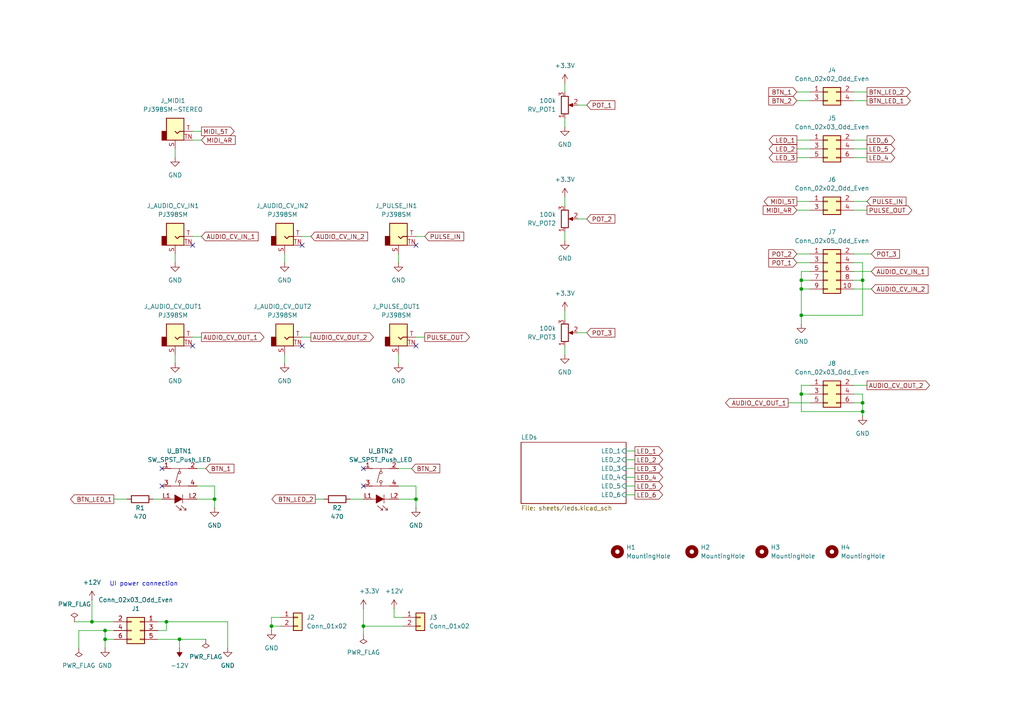
<source format=kicad_sch>
(kicad_sch (version 20250114) (generator "eeschema") (generator_version "9.0")
  (paper "A4")
  (title_block (title "Hog Moduleur Sidechain Mixer UI") (date "2025-07-06") (rev "v0.1") (company "Shmøergh"))
  (lib_symbols
    (symbol "Connector_Generic:Conn_01x02" (pin_names (offset 1.016) (hide yes))
      (property "Reference" "J" (at 0 2.54 0))
      (property "Value" "Conn_01x02" (at 0 -5.08 0))
      (symbol "Conn_01x02_1_1"
        (rectangle (start -1.27 1.27) (end 1.27 -3.81) (stroke (width 0.254)) (fill (type background)))
        (rectangle (start -1.27 0.127) (end 0 -0.127) (stroke (width 0.1524)))
        (rectangle (start -1.27 -2.413) (end 0 -2.667) (stroke (width 0.1524)))
        (pin passive line (at -5.08 0 0) (length 3.81) (name "Pin_1") (number "1"))
        (pin passive line (at -5.08 -2.54 0) (length 3.81) (name "Pin_2") (number "2"))
      )
    )
    (symbol "Connector_Generic:Conn_02x02_Odd_Even" (pin_names (offset 1.016) (hide yes))
      (property "Reference" "J" (at 1.27 2.54 0))
      (property "Value" "Conn_02x02_Odd_Even" (at 1.27 -5.08 0))
      (symbol "Conn_02x02_Odd_Even_1_1"
        (rectangle (start -1.27 1.27) (end 3.81 -3.81) (stroke (width 0.254)) (fill (type background)))
        (rectangle (start -1.27 0.127) (end 0 -0.127) (stroke (width 0.1524)))
        (rectangle (start -1.27 -2.413) (end 0 -2.667) (stroke (width 0.1524)))
        (rectangle (start 3.81 0.127) (end 2.54 -0.127) (stroke (width 0.1524)))
        (rectangle (start 3.81 -2.413) (end 2.54 -2.667) (stroke (width 0.1524)))
        (pin passive line (at -5.08 0 0) (length 3.81) (name "Pin_1") (number "1"))
        (pin passive line (at -5.08 -2.54 0) (length 3.81) (name "Pin_3") (number "3"))
        (pin passive line (at 7.62 0 180) (length 3.81) (name "Pin_2") (number "2"))
        (pin passive line (at 7.62 -2.54 180) (length 3.81) (name "Pin_4") (number "4"))
      )
    )
    (symbol "Connector_Generic:Conn_02x03_Odd_Even" (pin_names (offset 1.016) (hide yes))
      (property "Reference" "J" (at 1.27 5.08 0))
      (property "Value" "Conn_02x03_Odd_Even" (at 1.27 -5.08 0))
      (symbol "Conn_02x03_Odd_Even_1_1"
        (rectangle (start -1.27 3.81) (end 3.81 -3.81) (stroke (width 0.254)) (fill (type background)))
        (rectangle (start -1.27 2.667) (end 0 2.413) (stroke (width 0.1524)))
        (rectangle (start -1.27 0.127) (end 0 -0.127) (stroke (width 0.1524)))
        (rectangle (start -1.27 -2.413) (end 0 -2.667) (stroke (width 0.1524)))
        (rectangle (start 3.81 2.667) (end 2.54 2.413) (stroke (width 0.1524)))
        (rectangle (start 3.81 0.127) (end 2.54 -0.127) (stroke (width 0.1524)))
        (rectangle (start 3.81 -2.413) (end 2.54 -2.667) (stroke (width 0.1524)))
        (pin passive line (at -5.08 2.54 0) (length 3.81) (name "Pin_1") (number "1"))
        (pin passive line (at -5.08 0 0) (length 3.81) (name "Pin_3") (number "3"))
        (pin passive line (at -5.08 -2.54 0) (length 3.81) (name "Pin_5") (number "5"))
        (pin passive line (at 7.62 2.54 180) (length 3.81) (name "Pin_2") (number "2"))
        (pin passive line (at 7.62 0 180) (length 3.81) (name "Pin_4") (number "4"))
        (pin passive line (at 7.62 -2.54 180) (length 3.81) (name "Pin_6") (number "6"))
      )
    )
    (symbol "Connector_Generic:Conn_02x05_Odd_Even" (pin_names (offset 1.016) (hide yes))
      (property "Reference" "J" (at 1.27 7.62 0))
      (property "Value" "Conn_02x05_Odd_Even" (at 1.27 -7.62 0))
      (symbol "Conn_02x05_Odd_Even_1_1"
        (rectangle (start -1.27 6.35) (end 3.81 -6.35) (stroke (width 0.254)) (fill (type background)))
        (rectangle (start -1.27 5.207) (end 0 4.953) (stroke (width 0.1524)))
        (rectangle (start -1.27 2.667) (end 0 2.413) (stroke (width 0.1524)))
        (rectangle (start -1.27 0.127) (end 0 -0.127) (stroke (width 0.1524)))
        (rectangle (start -1.27 -2.413) (end 0 -2.667) (stroke (width 0.1524)))
        (rectangle (start -1.27 -4.953) (end 0 -5.207) (stroke (width 0.1524)))
        (rectangle (start 3.81 5.207) (end 2.54 4.953) (stroke (width 0.1524)))
        (rectangle (start 3.81 2.667) (end 2.54 2.413) (stroke (width 0.1524)))
        (rectangle (start 3.81 0.127) (end 2.54 -0.127) (stroke (width 0.1524)))
        (rectangle (start 3.81 -2.413) (end 2.54 -2.667) (stroke (width 0.1524)))
        (rectangle (start 3.81 -4.953) (end 2.54 -5.207) (stroke (width 0.1524)))
        (pin passive line (at -5.08 5.08 0) (length 3.81) (name "Pin_1") (number "1"))
        (pin passive line (at -5.08 2.54 0) (length 3.81) (name "Pin_3") (number "3"))
        (pin passive line (at -5.08 0 0) (length 3.81) (name "Pin_5") (number "5"))
        (pin passive line (at -5.08 -2.54 0) (length 3.81) (name "Pin_7") (number "7"))
        (pin passive line (at -5.08 -5.08 0) (length 3.81) (name "Pin_9") (number "9"))
        (pin passive line (at 7.62 5.08 180) (length 3.81) (name "Pin_2") (number "2"))
        (pin passive line (at 7.62 2.54 180) (length 3.81) (name "Pin_4") (number "4"))
        (pin passive line (at 7.62 0 180) (length 3.81) (name "Pin_6") (number "6"))
        (pin passive line (at 7.62 -2.54 180) (length 3.81) (name "Pin_8") (number "8"))
        (pin passive line (at 7.62 -5.08 180) (length 3.81) (name "Pin_10") (number "10"))
      )
    )
    (symbol "Device:R" (pin_numbers (hide yes)) (pin_names (offset 0))
      (property "Reference" "R" (at 2.032 0 90))
      (property "Value" "R" (at 0 0 90))
      (symbol "R_0_1"
        (rectangle (start -1.016 -2.54) (end 1.016 2.54) (stroke (width 0.254)))
      )
      (symbol "R_1_1"
        (pin passive line (at 0 3.81 270) (length 1.27) (name "~") (number "1"))
        (pin passive line (at 0 -3.81 90) (length 1.27) (name "~") (number "2"))
      )
    )
    (symbol "Device:R_Potentiometer" (pin_names (offset 1.016) (hide yes))
      (property "Reference" "RV" (at -4.445 0 90))
      (property "Value" "R_Potentiometer" (at -2.54 0 90))
      (symbol "R_Potentiometer_0_1"
        (rectangle (start 1.016 2.54) (end -1.016 -2.54) (stroke (width 0.254)))
        (polyline (pts (xy 1.143 0) (xy 2.286 0.508) (xy 2.286 -0.508) (xy 1.143 0)) (fill (type outline)))
        (polyline (pts (xy 2.54 0) (xy 1.524 0)))
      )
      (symbol "R_Potentiometer_1_1"
        (pin passive line (at 0 3.81 270) (length 1.27) (name "1") (number "1"))
        (pin passive line (at 0 -3.81 90) (length 1.27) (name "3") (number "3"))
        (pin passive line (at 3.81 0 180) (length 1.27) (name "2") (number "2"))
      )
    )
    (symbol "Mechanical:MountingHole" (pin_names (offset 1.016)) (in_bom no)
      (property "Reference" "H" (at 0 5.08 0))
      (property "Value" "MountingHole" (at 0 3.175 0))
      (symbol "MountingHole_0_1"
        (circle (center 0 0) (radius 1.27) (stroke (width 1.27)))
      )
    )
    (symbol "Shmoergh-Custom-Components:AudioJack2_Thonkiconn_S"
      (property "Reference" "J" (at 0 8.89 0))
      (property "Value" "AudioJack2_Thonkiconn" (at 0 6.35 0))
      (symbol "AudioJack2_Thonkiconn_S_0_1"
        (rectangle (start -2.54 -2.54) (end -3.81 0) (stroke (width 0.254)) (fill (type outline)))
        (polyline (pts (xy 0 0) (xy 0.635 -0.635) (xy 1.27 0) (xy 2.54 0)) (stroke (width 0.254)))
        (rectangle (start 2.54 3.81) (end -2.54 -2.54) (stroke (width 0.254)) (fill (type background)))
      )
      (symbol "AudioJack2_Thonkiconn_S_1_1"
        (pin passive line (at 0 -5.08 90) (length 2.54) (name "~") (number "S"))
        (pin bidirectional line (at 5.08 0 180) (length 2.54) (name "~") (number "T"))
        (pin passive line (at 5.08 -2.54 180) (length 2.54) (name "~") (number "TN"))
      )
    )
    (symbol "Shmoergh-Custom-Components:SW_SPST_Push_LED" (pin_names (offset 1.016))
      (property "Reference" "U" (at 0 6.35 0))
      (property "Value" "SW_SPST_Push_LED" (at 0.381 8.89 0))
      (symbol "SW_SPST_Push_LED_0_1"
        (rectangle (start -2.54 2.54) (end 2.54 2.54))
        (rectangle (start -2.54 -2.54) (end 2.54 -2.54))
        (polyline (pts (xy -1.397 -7.493) (xy -1.397 -5.08) (xy 0.762 -6.35) (xy -1.397 -7.493)) (fill (type outline)))
        (polyline (pts (xy -1.016 -8.255) (xy 0.508 -9.525) (xy -0.127 -9.525)))
        (polyline (pts (xy -0.381 1.397) (xy -1.143 -1.524)))
        (rectangle (start 0 2.54) (end 0 1.778))
        (circle (center 0 1.397) (radius 0.3556))
        (circle (center 0 -1.27) (radius 0.3556))
        (rectangle (start 0 -2.54) (end 0 -1.651))
        (polyline (pts (xy 0.508 -8.255) (xy 1.905 -9.525) (xy 1.27 -9.525)))
        (polyline (pts (xy 0.508 -9.525) (xy 0.381 -8.89)))
        (polyline (pts (xy 0.889 -5.08) (xy 0.889 -7.493)))
        (polyline (pts (xy 1.905 -9.525) (xy 1.778 -8.89)))
        (polyline (pts (xy 2.54 -6.35) (xy 0.889 -6.35) (xy -2.667 -6.35)))
      )
      (symbol "SW_SPST_Push_LED_1_1"
        (pin input line (at -5.08 2.54 0) (length 2.54) (name "~") (number "1"))
        (pin input line (at -5.08 -2.54 0) (length 2.54) (name "~") (number "3"))
        (pin input line (at -5.08 -6.35 0) (length 2.54) (name "~") (number "L1"))
        (pin input line (at 5.08 2.54 180) (length 2.54) (name "~") (number "2"))
        (pin input line (at 5.08 -2.54 180) (length 2.54) (name "~") (number "4"))
        (pin input line (at 5.08 -6.35 180) (length 2.54) (name "~") (number "L2"))
      )
    )
    (symbol "power:+12V" (power) (pin_numbers (hide yes)) (pin_names (offset 0) (hide yes))
      (property "Value" "+12V" (at 0 3.556 0))
      (symbol "+12V_0_1"
        (polyline (pts (xy -0.762 1.27) (xy 0 2.54)))
        (polyline (pts (xy 0 2.54) (xy 0.762 1.27)))
        (polyline (pts (xy 0 0) (xy 0 2.54)))
      )
      (symbol "+12V_1_1"
        (pin power_in line (at 0 0 90) (length 0) (name "~") (number "1"))
      )
    )
    (symbol "power:+3.3V" (power) (pin_numbers (hide yes)) (pin_names (offset 0) (hide yes))
      (property "Value" "+3.3V" (at 0 3.556 0))
      (symbol "+3.3V_0_1"
        (polyline (pts (xy -0.762 1.27) (xy 0 2.54)))
        (polyline (pts (xy 0 2.54) (xy 0.762 1.27)))
        (polyline (pts (xy 0 0) (xy 0 2.54)))
      )
      (symbol "+3.3V_1_1"
        (pin power_in line (at 0 0 90) (length 0) (name "~") (number "1"))
      )
    )
    (symbol "power:-12V" (power) (pin_numbers (hide yes)) (pin_names (offset 0) (hide yes))
      (property "Value" "-12V" (at 0 3.556 0))
      (symbol "-12V_0_0"
        (pin power_in line (at 0 0 90) (length 0) (name "~") (number "1"))
      )
      (symbol "-12V_0_1"
        (polyline (pts (xy 0 0) (xy 0 1.27) (xy 0.762 1.27) (xy 0 2.54) (xy -0.762 1.27) (xy 0 1.27)) (fill (type outline)))
      )
    )
    (symbol "power:GND" (power) (pin_numbers (hide yes)) (pin_names (offset 0) (hide yes))
      (property "Value" "GND" (at 0 -3.81 0))
      (symbol "GND_0_1"
        (polyline (pts (xy 0 0) (xy 0 -1.27) (xy 1.27 -1.27) (xy 0 -2.54) (xy -1.27 -1.27) (xy 0 -1.27)))
      )
      (symbol "GND_1_1"
        (pin power_in line (at 0 0 270) (length 0) (name "~") (number "1"))
      )
    )
    (symbol "power:PWR_FLAG" (power) (pin_numbers (hide yes)) (pin_names (offset 0) (hide yes))
      (property "Value" "PWR_FLAG" (at 0 3.81 0))
      (symbol "PWR_FLAG_0_0"
        (pin power_out line (at 0 0 90) (length 0) (name "~") (number "1"))
      )
      (symbol "PWR_FLAG_0_1"
        (polyline (pts (xy 0 0) (xy 0 1.27) (xy -1.016 1.905) (xy 0 2.54) (xy 1.016 1.905) (xy 0 1.27)))
      )
    )
  )
  (text "UI power connection" (at 31.75 170.18 0) (effects (font (size 1.27 1.27)) (justify left bottom)))
  (junction (at 250.19 81.28))
  (junction (at 250.19 119.38))
  (junction (at 232.41 81.28))
  (junction (at 78.74 181.61))
  (junction (at 105.41 181.61))
  (junction (at 250.19 116.84))
  (junction (at 30.48 182.88))
  (junction (at 232.41 114.3))
  (junction (at 52.07 185.42))
  (junction (at 48.26 180.34))
  (junction (at 120.65 144.78))
  (junction (at 26.67 180.34))
  (junction (at 62.23 144.78))
  (junction (at 30.48 185.42))
  (junction (at 232.41 91.44))
  (junction (at 232.41 83.82))
  (no_connect (at 87.63 100.33))
  (no_connect (at 46.99 140.97))
  (no_connect (at 105.41 140.97))
  (no_connect (at 120.65 71.12))
  (no_connect (at 55.88 100.33))
  (no_connect (at 105.41 135.89))
  (no_connect (at 46.99 135.89))
  (no_connect (at 120.65 100.33))
  (no_connect (at 55.88 71.12))
  (no_connect (at 87.63 71.12))
  (wire (pts (xy 247.65 73.66) (xy 252.73 73.66)))
  (wire (pts (xy 250.19 91.44) (xy 232.41 91.44)))
  (wire (pts (xy 90.17 68.58) (xy 87.63 68.58)))
  (wire (pts (xy 181.61 143.51) (xy 184.15 143.51)))
  (wire (pts (xy 163.83 34.29) (xy 163.83 36.83)))
  (wire (pts (xy 232.41 78.74) (xy 234.95 78.74)))
  (wire (pts (xy 251.46 111.76) (xy 247.65 111.76)))
  (wire (pts (xy 115.57 140.97) (xy 120.65 140.97)))
  (wire (pts (xy 52.07 187.96) (xy 52.07 185.42)))
  (wire (pts (xy 184.15 133.35) (xy 181.61 133.35)))
  (wire (pts (xy 247.65 81.28) (xy 250.19 81.28)))
  (wire (pts (xy 59.69 185.42) (xy 52.07 185.42)))
  (wire (pts (xy 250.19 114.3) (xy 250.19 116.84)))
  (wire (pts (xy 123.19 68.58) (xy 120.65 68.58)))
  (wire (pts (xy 184.15 135.89) (xy 181.61 135.89)))
  (wire (pts (xy 45.72 185.42) (xy 52.07 185.42)))
  (wire (pts (xy 234.95 81.28) (xy 232.41 81.28)))
  (wire (pts (xy 247.65 78.74) (xy 252.73 78.74)))
  (wire (pts (xy 251.46 29.21) (xy 247.65 29.21)))
  (wire (pts (xy 58.42 38.1) (xy 55.88 38.1)))
  (wire (pts (xy 170.18 30.48) (xy 167.64 30.48)))
  (wire (pts (xy 78.74 181.61) (xy 81.28 181.61)))
  (wire (pts (xy 115.57 144.78) (xy 120.65 144.78)))
  (wire (pts (xy 163.83 67.31) (xy 163.83 69.85)))
  (wire (pts (xy 252.73 83.82) (xy 247.65 83.82)))
  (wire (pts (xy 251.46 26.67) (xy 247.65 26.67)))
  (wire (pts (xy 114.3 176.53) (xy 114.3 179.07)))
  (wire (pts (xy 26.67 180.34) (xy 33.02 180.34)))
  (wire (pts (xy 232.41 93.98) (xy 232.41 91.44)))
  (wire (pts (xy 33.02 144.78) (xy 36.83 144.78)))
  (wire (pts (xy 250.19 76.2) (xy 250.19 81.28)))
  (wire (pts (xy 181.61 138.43) (xy 184.15 138.43)))
  (wire (pts (xy 232.41 119.38) (xy 250.19 119.38)))
  (wire (pts (xy 247.65 116.84) (xy 250.19 116.84)))
  (wire (pts (xy 163.83 24.13) (xy 163.83 26.67)))
  (wire (pts (xy 247.65 114.3) (xy 250.19 114.3)))
  (wire (pts (xy 250.19 119.38) (xy 250.19 120.65)))
  (wire (pts (xy 231.14 26.67) (xy 234.95 26.67)))
  (wire (pts (xy 170.18 96.52) (xy 167.64 96.52)))
  (wire (pts (xy 105.41 181.61) (xy 105.41 176.53)))
  (wire (pts (xy 251.46 58.42) (xy 247.65 58.42)))
  (wire (pts (xy 163.83 100.33) (xy 163.83 102.87)))
  (wire (pts (xy 116.84 181.61) (xy 105.41 181.61)))
  (wire (pts (xy 120.65 144.78) (xy 120.65 147.32)))
  (wire (pts (xy 251.46 40.64) (xy 247.65 40.64)))
  (wire (pts (xy 251.46 45.72) (xy 247.65 45.72)))
  (wire (pts (xy 81.28 179.07) (xy 78.74 179.07)))
  (wire (pts (xy 59.69 135.89) (xy 57.15 135.89)))
  (wire (pts (xy 232.41 111.76) (xy 232.41 114.3)))
  (wire (pts (xy 58.42 40.64) (xy 55.88 40.64)))
  (wire (pts (xy 101.6 144.78) (xy 105.41 144.78)))
  (wire (pts (xy 119.38 135.89) (xy 115.57 135.89)))
  (wire (pts (xy 120.65 140.97) (xy 120.65 144.78)))
  (wire (pts (xy 82.55 102.87) (xy 82.55 105.41)))
  (wire (pts (xy 114.3 179.07) (xy 116.84 179.07)))
  (wire (pts (xy 234.95 111.76) (xy 232.41 111.76)))
  (wire (pts (xy 163.83 57.15) (xy 163.83 59.69)))
  (wire (pts (xy 232.41 81.28) (xy 232.41 83.82)))
  (wire (pts (xy 232.41 114.3) (xy 232.41 119.38)))
  (wire (pts (xy 170.18 63.5) (xy 167.64 63.5)))
  (wire (pts (xy 78.74 179.07) (xy 78.74 181.61)))
  (wire (pts (xy 26.67 173.99) (xy 26.67 180.34)))
  (wire (pts (xy 62.23 140.97) (xy 62.23 144.78)))
  (wire (pts (xy 231.14 76.2) (xy 234.95 76.2)))
  (wire (pts (xy 105.41 184.15) (xy 105.41 181.61)))
  (wire (pts (xy 48.26 180.34) (xy 45.72 180.34)))
  (wire (pts (xy 50.8 73.66) (xy 50.8 76.2)))
  (wire (pts (xy 21.59 180.34) (xy 26.67 180.34)))
  (wire (pts (xy 232.41 83.82) (xy 232.41 91.44)))
  (wire (pts (xy 115.57 73.66) (xy 115.57 76.2)))
  (wire (pts (xy 22.86 182.88) (xy 30.48 182.88)))
  (wire (pts (xy 66.04 187.96) (xy 66.04 180.34)))
  (wire (pts (xy 48.26 182.88) (xy 48.26 180.34)))
  (wire (pts (xy 231.14 43.18) (xy 234.95 43.18)))
  (wire (pts (xy 251.46 43.18) (xy 247.65 43.18)))
  (wire (pts (xy 33.02 185.42) (xy 30.48 185.42)))
  (wire (pts (xy 50.8 102.87) (xy 50.8 105.41)))
  (wire (pts (xy 231.14 29.21) (xy 234.95 29.21)))
  (wire (pts (xy 232.41 114.3) (xy 234.95 114.3)))
  (wire (pts (xy 247.65 76.2) (xy 250.19 76.2)))
  (wire (pts (xy 44.45 144.78) (xy 46.99 144.78)))
  (wire (pts (xy 50.8 43.18) (xy 50.8 45.72)))
  (wire (pts (xy 231.14 60.96) (xy 234.95 60.96)))
  (wire (pts (xy 231.14 40.64) (xy 234.95 40.64)))
  (wire (pts (xy 57.15 140.97) (xy 62.23 140.97)))
  (wire (pts (xy 90.17 97.79) (xy 87.63 97.79)))
  (wire (pts (xy 123.19 97.79) (xy 120.65 97.79)))
  (wire (pts (xy 66.04 180.34) (xy 48.26 180.34)))
  (wire (pts (xy 250.19 116.84) (xy 250.19 119.38)))
  (wire (pts (xy 184.15 130.81) (xy 181.61 130.81)))
  (wire (pts (xy 231.14 45.72) (xy 234.95 45.72)))
  (wire (pts (xy 30.48 182.88) (xy 33.02 182.88)))
  (wire (pts (xy 250.19 81.28) (xy 250.19 91.44)))
  (wire (pts (xy 232.41 78.74) (xy 232.41 81.28)))
  (wire (pts (xy 228.6 116.84) (xy 234.95 116.84)))
  (wire (pts (xy 163.83 90.17) (xy 163.83 92.71)))
  (wire (pts (xy 181.61 140.97) (xy 184.15 140.97)))
  (wire (pts (xy 30.48 185.42) (xy 30.48 182.88)))
  (wire (pts (xy 58.42 68.58) (xy 55.88 68.58)))
  (wire (pts (xy 22.86 187.96) (xy 22.86 182.88)))
  (wire (pts (xy 115.57 102.87) (xy 115.57 105.41)))
  (wire (pts (xy 251.46 60.96) (xy 247.65 60.96)))
  (wire (pts (xy 78.74 181.61) (xy 78.74 182.88)))
  (wire (pts (xy 30.48 187.96) (xy 30.48 185.42)))
  (wire (pts (xy 231.14 73.66) (xy 234.95 73.66)))
  (wire (pts (xy 91.44 144.78) (xy 93.98 144.78)))
  (wire (pts (xy 45.72 182.88) (xy 48.26 182.88)))
  (wire (pts (xy 231.14 58.42) (xy 234.95 58.42)))
  (wire (pts (xy 82.55 73.66) (xy 82.55 76.2)))
  (wire (pts (xy 232.41 83.82) (xy 234.95 83.82)))
  (wire (pts (xy 62.23 144.78) (xy 62.23 147.32)))
  (wire (pts (xy 58.42 97.79) (xy 55.88 97.79)))
  (wire (pts (xy 57.15 144.78) (xy 62.23 144.78)))
  (global_label "AUDIO_CV_IN_1" (shape input) (at 252.73 78.74 0) (property "Intersheetrefs" "${INTERSHEET_REFS}" (effects (hide yes))))
  (global_label "POT_2" (shape input) (at 170.18 63.5 0) (property "Intersheetrefs" "${INTERSHEET_REFS}" (effects (hide yes))))
  (global_label "PULSE_OUT" (shape output) (at 123.19 97.79 0) (property "Intersheetrefs" "${INTERSHEET_REFS}" (effects (hide yes))))
  (global_label "POT_3" (shape input) (at 170.18 96.52 0) (property "Intersheetrefs" "${INTERSHEET_REFS}" (effects (hide yes))))
  (global_label "LED_5" (shape output) (at 251.46 43.18 0) (property "Intersheetrefs" "${INTERSHEET_REFS}" (effects (hide yes))))
  (global_label "AUDIO_CV_OUT_1" (shape output) (at 228.6 116.84 180) (property "Intersheetrefs" "${INTERSHEET_REFS}" (effects (hide yes))))
  (global_label "LED_3" (shape output) (at 184.15 135.89 0) (property "Intersheetrefs" "${INTERSHEET_REFS}" (effects (hide yes))))
  (global_label "POT_1" (shape input) (at 231.14 76.2 180) (property "Intersheetrefs" "${INTERSHEET_REFS}" (effects (hide yes))))
  (global_label "AUDIO_CV_OUT_1" (shape output) (at 58.42 97.79 0) (property "Intersheetrefs" "${INTERSHEET_REFS}" (effects (hide yes))))
  (global_label "LED_3" (shape output) (at 231.14 45.72 180) (property "Intersheetrefs" "${INTERSHEET_REFS}" (effects (hide yes))))
  (global_label "POT_3" (shape input) (at 252.73 73.66 0) (property "Intersheetrefs" "${INTERSHEET_REFS}" (effects (hide yes))))
  (global_label "AUDIO_CV_IN_2" (shape input) (at 252.73 83.82 0) (property "Intersheetrefs" "${INTERSHEET_REFS}" (effects (hide yes))))
  (global_label "PULSE_IN" (shape input) (at 251.46 58.42 0) (property "Intersheetrefs" "${INTERSHEET_REFS}" (effects (hide yes))))
  (global_label "BTN_1" (shape input) (at 231.14 26.67 180) (property "Intersheetrefs" "${INTERSHEET_REFS}" (effects (hide yes))))
  (global_label "MIDI_5T" (shape output) (at 58.42 38.1 0) (property "Intersheetrefs" "${INTERSHEET_REFS}" (effects (hide yes))))
  (global_label "PULSE_IN" (shape input) (at 123.19 68.58 0) (property "Intersheetrefs" "${INTERSHEET_REFS}" (effects (hide yes))))
  (global_label "AUDIO_CV_IN_1" (shape input) (at 58.42 68.58 0) (property "Intersheetrefs" "${INTERSHEET_REFS}" (effects (hide yes))))
  (global_label "MIDI_4R" (shape input) (at 58.42 40.64 0) (property "Intersheetrefs" "${INTERSHEET_REFS}" (effects (hide yes))))
  (global_label "LED_6" (shape output) (at 251.46 40.64 0) (property "Intersheetrefs" "${INTERSHEET_REFS}" (effects (hide yes))))
  (global_label "BTN_LED_1" (shape output) (at 251.46 29.21 0) (property "Intersheetrefs" "${INTERSHEET_REFS}" (effects (hide yes))))
  (global_label "LED_2" (shape output) (at 184.15 133.35 0) (property "Intersheetrefs" "${INTERSHEET_REFS}" (effects (hide yes))))
  (global_label "LED_5" (shape output) (at 184.15 140.97 0) (property "Intersheetrefs" "${INTERSHEET_REFS}" (effects (hide yes))))
  (global_label "POT_2" (shape input) (at 231.14 73.66 180) (property "Intersheetrefs" "${INTERSHEET_REFS}" (effects (hide yes))))
  (global_label "BTN_1" (shape input) (at 59.69 135.89 0) (property "Intersheetrefs" "${INTERSHEET_REFS}" (effects (hide yes))))
  (global_label "PULSE_OUT" (shape output) (at 251.46 60.96 0) (property "Intersheetrefs" "${INTERSHEET_REFS}" (effects (hide yes))))
  (global_label "AUDIO_CV_OUT_2" (shape output) (at 251.46 111.76 0) (property "Intersheetrefs" "${INTERSHEET_REFS}" (effects (hide yes))))
  (global_label "AUDIO_CV_IN_2" (shape input) (at 90.17 68.58 0) (property "Intersheetrefs" "${INTERSHEET_REFS}" (effects (hide yes))))
  (global_label "LED_1" (shape output) (at 231.14 40.64 180) (property "Intersheetrefs" "${INTERSHEET_REFS}" (effects (hide yes))))
  (global_label "LED_4" (shape output) (at 251.46 45.72 0) (property "Intersheetrefs" "${INTERSHEET_REFS}" (effects (hide yes))))
  (global_label "BTN_2" (shape input) (at 231.14 29.21 180) (property "Intersheetrefs" "${INTERSHEET_REFS}" (effects (hide yes))))
  (global_label "AUDIO_CV_OUT_2" (shape output) (at 90.17 97.79 0) (property "Intersheetrefs" "${INTERSHEET_REFS}" (effects (hide yes))))
  (global_label "POT_1" (shape input) (at 170.18 30.48 0) (property "Intersheetrefs" "${INTERSHEET_REFS}" (effects (hide yes))))
  (global_label "MIDI_5T" (shape output) (at 231.14 58.42 180) (property "Intersheetrefs" "${INTERSHEET_REFS}" (effects (hide yes))))
  (global_label "BTN_LED_2" (shape output) (at 251.46 26.67 0) (property "Intersheetrefs" "${INTERSHEET_REFS}" (effects (hide yes))))
  (global_label "BTN_LED_1" (shape output) (at 33.02 144.78 180) (property "Intersheetrefs" "${INTERSHEET_REFS}" (effects (hide yes))))
  (global_label "LED_2" (shape output) (at 231.14 43.18 180) (property "Intersheetrefs" "${INTERSHEET_REFS}" (effects (hide yes))))
  (global_label "BTN_LED_2" (shape output) (at 91.44 144.78 180) (property "Intersheetrefs" "${INTERSHEET_REFS}" (effects (hide yes))))
  (global_label "LED_4" (shape output) (at 184.15 138.43 0) (property "Intersheetrefs" "${INTERSHEET_REFS}" (effects (hide yes))))
  (global_label "LED_6" (shape output) (at 184.15 143.51 0) (property "Intersheetrefs" "${INTERSHEET_REFS}" (effects (hide yes))))
  (global_label "BTN_2" (shape input) (at 119.38 135.89 0) (property "Intersheetrefs" "${INTERSHEET_REFS}" (effects (hide yes))))
  (global_label "LED_1" (shape output) (at 184.15 130.81 0) (property "Intersheetrefs" "${INTERSHEET_REFS}" (effects (hide yes))))
  (global_label "MIDI_4R" (shape input) (at 231.14 60.96 180) (property "Intersheetrefs" "${INTERSHEET_REFS}" (effects (hide yes))))
  (symbol (lib_id "power:GND") (at 250.19 120.65 0) (unit 1)
    (property "Reference" "#PWR038" (effects (hide yes)))
    (property "Value" "GND" (at 250.19 125.73 0))
    (property "Description" "Power symbol creates a global label with name \"GND\" , ground" (effects (hide yes)))
  )
  (symbol (lib_id "power:+12V") (at 26.67 173.99 0) (unit 1)
    (property "Reference" "#PWR01" (effects (hide yes)))
    (property "Value" "+12V" (at 26.67 168.91 0))
    (property "Description" "Power symbol creates a global label with name \"+12V\"" (effects (hide yes)))
  )
  (symbol (lib_id "Connector_Generic:Conn_02x02_Odd_Even") (at 240.03 26.67 0) (unit 1)
    (property "Reference" "J4" (at 241.3 20.32 0))
    (property "Value" "Conn_02x02_Odd_Even" (at 241.3 22.86 0))
    (property "Footprint" "Connector_PinSocket_2.54mm:PinSocket_2x02_P2.54mm_Vertical" (effects (hide yes)))
    (property "Description" "Generic connector, double row, 02x02, odd/even pin numbering scheme (row 1 odd numbers, row 2 even numbers), script generated (kicad-library-utils/schlib/autogen/connector/)" (effects (hide yes)))
  )
  (symbol (lib_id "power:+3.3V") (at 163.83 57.15 0) (unit 1)
    (property "Reference" "#PWR018" (effects (hide yes)))
    (property "Value" "+3.3V" (at 163.83 52.07 0))
    (property "Description" "Power symbol creates a global label with name \"+3.3V\"" (effects (hide yes)))
  )
  (symbol (lib_id "power:PWR_FLAG") (at 105.41 184.15 180) (unit 1)
    (property "Reference" "#FLG04" (effects (hide yes)))
    (property "Value" "PWR_FLAG" (at 105.41 189.23 0))
    (property "Description" "Special symbol for telling ERC where power comes from" (effects (hide yes)))
  )
  (symbol (lib_id "Device:R_Potentiometer") (at 163.83 96.52 0) (mirror x) (unit 1)
    (property "Reference" "RV_POT3" (at 161.29 97.7901 0) (effects (justify right)))
    (property "Value" "100k" (at 161.29 95.2501 0) (effects (justify right)))
    (property "Footprint" "Shmoergh_Custom_Footprints:Potentiometer_Bourns_Single-PTV09A" (effects (hide yes)))
    (property "Description" "Potentiometer" (effects (hide yes)))
    (property "Part URL" "https://mou.sr/4694GMU" (effects (hide yes)))
    (property "Vendor" "Mouser" (effects (hide yes)))
    (property "Part no." "652-PTV09A4025FB104" (effects (hide yes)))
  )
  (symbol (lib_id "power:GND") (at 163.83 102.87 0) (unit 1)
    (property "Reference" "#PWR021" (effects (hide yes)))
    (property "Value" "GND" (at 163.83 107.95 0))
    (property "Description" "Power symbol creates a global label with name \"GND\" , ground" (effects (hide yes)))
  )
  (symbol (lib_id "Shmoergh-Custom-Components:SW_SPST_Push_LED") (at 110.49 138.43 0) (unit 1)
    (property "Reference" "U_BTN2" (at 110.4265 130.81 0))
    (property "Value" "SW_SPST_Push_LED" (at 110.4265 133.35 0))
    (property "Footprint" "Shmoergh_Custom_Footprints:SPST_Circular_Pushbutton_LED" (effects (hide yes)))
  )
  (symbol (lib_id "Shmoergh-Custom-Components:AudioJack2_Thonkiconn_S") (at 50.8 68.58 0) (unit 1)
    (property "Reference" "J_AUDIO_CV_IN1" (at 50.165 59.69 0))
    (property "Value" "PJ398SM" (at 50.165 62.23 0))
    (property "Footprint" "Shmoergh_Custom_Footprints:Jack_3.5mm_QingPu_WQP-PJ398SM_Vertical_CircularHoles" (effects (hide yes)))
    (property "Description" "Audio Jack, 2 Poles (Mono / TS), Grounded Sleeve" (effects (hide yes)))
    (property "Part URL" "https://www.thonk.co.uk/shop/thonkiconn/" (effects (hide yes)))
    (property "Vendor" "Thonk" (effects (hide yes)))
    (property "Part no." "PJ398SM" (effects (hide yes)))
  )
  (symbol (lib_id "Shmoergh-Custom-Components:AudioJack2_Thonkiconn_S") (at 115.57 97.79 0) (unit 1)
    (property "Reference" "J_PULSE_OUT1" (at 114.935 88.9 0))
    (property "Value" "PJ398SM" (at 114.935 91.44 0))
    (property "Footprint" "Shmoergh_Custom_Footprints:Jack_3.5mm_QingPu_WQP-PJ398SM_Vertical_CircularHoles" (effects (hide yes)))
    (property "Description" "Audio Jack, 2 Poles (Mono / TS), Grounded Sleeve" (effects (hide yes)))
    (property "Part URL" "https://www.thonk.co.uk/shop/thonkiconn/" (effects (hide yes)))
    (property "Vendor" "Thonk" (effects (hide yes)))
    (property "Part no." "PJ398SM" (effects (hide yes)))
  )
  (symbol (lib_id "power:+12V") (at 114.3 176.53 0) (unit 1)
    (property "Reference" "#PWR037" (effects (hide yes)))
    (property "Value" "+12V" (at 114.3 171.45 0))
    (property "Description" "Power symbol creates a global label with name \"+12V\"" (effects (hide yes)))
  )
  (symbol (lib_id "power:-12V") (at 52.07 187.96 180) (unit 1)
    (property "Reference" "#PWR06" (effects (hide yes)))
    (property "Value" "-12V" (at 52.07 193.04 0))
    (property "Description" "Power symbol creates a global label with name \"-12V\"" (effects (hide yes)))
  )
  (symbol (lib_id "Connector_Generic:Conn_02x03_Odd_Even") (at 40.64 182.88 0) (mirror y) (unit 1)
    (property "Reference" "J1" (at 39.37 176.53 0))
    (property "Value" "Conn_02x03_Odd_Even" (at 39.37 173.99 0))
    (property "Footprint" "Connector_PinSocket_2.54mm:PinSocket_2x03_P2.54mm_Vertical" (effects (hide yes)))
    (property "Description" "Generic connector, double row, 02x03, odd/even pin numbering scheme (row 1 odd numbers, row 2 even numbers), script generated (kicad-library-utils/schlib/autogen/connector/)" (effects (hide yes)))
    (property "Part URL" "https://mou.sr/3GIDVEr" (effects (hide yes)))
    (property "Vendor" "Mouser" (effects (hide yes)))
    (property "Part no." "200-SSW10301TD" (effects (hide yes)))
  )
  (symbol (lib_id "power:GND") (at 50.8 105.41 0) (unit 1)
    (property "Reference" "#PWR05" (effects (hide yes)))
    (property "Value" "GND" (at 50.8 110.49 0))
    (property "Description" "Power symbol creates a global label with name \"GND\" , ground" (effects (hide yes)))
  )
  (symbol (lib_id "Shmoergh-Custom-Components:AudioJack2_Thonkiconn_S") (at 50.8 97.79 0) (unit 1)
    (property "Reference" "J_AUDIO_CV_OUT1" (at 50.165 88.9 0))
    (property "Value" "PJ398SM" (at 50.165 91.44 0))
    (property "Footprint" "Shmoergh_Custom_Footprints:Jack_3.5mm_QingPu_WQP-PJ398SM_Vertical_CircularHoles" (effects (hide yes)))
    (property "Description" "Audio Jack, 2 Poles (Mono / TS), Grounded Sleeve" (effects (hide yes)))
    (property "Part URL" "https://www.thonk.co.uk/shop/thonkiconn/" (effects (hide yes)))
    (property "Vendor" "Thonk" (effects (hide yes)))
    (property "Part no." "PJ398SM" (effects (hide yes)))
  )
  (symbol (lib_id "power:GND") (at 50.8 45.72 0) (unit 1)
    (property "Reference" "#PWR03" (effects (hide yes)))
    (property "Value" "GND" (at 50.8 50.8 0))
    (property "Description" "Power symbol creates a global label with name \"GND\" , ground" (effects (hide yes)))
  )
  (symbol (lib_id "Shmoergh-Custom-Components:AudioJack2_Thonkiconn_S") (at 50.8 38.1 0) (unit 1)
    (property "Reference" "J_MIDI1" (at 50.165 29.21 0))
    (property "Value" "PJ398SM-STEREO" (at 50.165 31.75 0))
    (property "Footprint" "Shmoergh_Custom_Footprints:Jack_3.5mm_QingPu_WQP-PJ398SM_Vertical_CircularHoles" (effects (hide yes)))
    (property "Description" "Audio Jack, 2 Poles (Mono / TS), Grounded Sleeve" (effects (hide yes)))
    (property "Part URL" "https://www.thonk.co.uk/shop/thonkiconn/" (effects (hide yes)))
    (property "Vendor" "Thonk" (effects (hide yes)))
    (property "Part no." "PJ398SM" (effects (hide yes)))
  )
  (symbol (lib_id "Mechanical:MountingHole") (at 200.66 160.02 0) (unit 1) (in_bom no)
    (property "Reference" "H2" (at 203.2 158.7499 0) (effects (justify left)))
    (property "Value" "MountingHole" (at 203.2 161.2899 0) (effects (justify left)))
    (property "Footprint" "MountingHole:MountingHole_3.2mm_M3_DIN965_Pad" (effects (hide yes)))
    (property "Description" "Mounting Hole without connection" (effects (hide yes)))
    (property "Vendor" "-" (effects (hide yes)))
  )
  (symbol (lib_id "power:+3.3V") (at 163.83 24.13 0) (unit 1)
    (property "Reference" "#PWR016" (effects (hide yes)))
    (property "Value" "+3.3V" (at 163.83 19.05 0))
    (property "Description" "Power symbol creates a global label with name \"+3.3V\"" (effects (hide yes)))
  )
  (symbol (lib_id "power:GND") (at 50.8 76.2 0) (unit 1)
    (property "Reference" "#PWR04" (effects (hide yes)))
    (property "Value" "GND" (at 50.8 81.28 0))
    (property "Description" "Power symbol creates a global label with name \"GND\" , ground" (effects (hide yes)))
  )
  (symbol (lib_id "power:GND") (at 163.83 69.85 0) (unit 1)
    (property "Reference" "#PWR019" (effects (hide yes)))
    (property "Value" "GND" (at 163.83 74.93 0))
    (property "Description" "Power symbol creates a global label with name \"GND\" , ground" (effects (hide yes)))
  )
  (symbol (lib_id "Mechanical:MountingHole") (at 179.07 160.02 0) (unit 1) (in_bom no)
    (property "Reference" "H1" (at 181.61 158.7499 0) (effects (justify left)))
    (property "Value" "MountingHole" (at 181.61 161.2899 0) (effects (justify left)))
    (property "Footprint" "MountingHole:MountingHole_3.2mm_M3_DIN965_Pad" (effects (hide yes)))
    (property "Description" "Mounting Hole without connection" (effects (hide yes)))
    (property "Vendor" "-" (effects (hide yes)))
  )
  (symbol (lib_id "Shmoergh-Custom-Components:SW_SPST_Push_LED") (at 52.07 138.43 0) (unit 1)
    (property "Reference" "U_BTN1" (at 52.0065 130.81 0))
    (property "Value" "SW_SPST_Push_LED" (at 52.0065 133.35 0))
    (property "Footprint" "Shmoergh_Custom_Footprints:SPST_Circular_Pushbutton_LED" (effects (hide yes)))
  )
  (symbol (lib_id "power:PWR_FLAG") (at 21.59 180.34 0) (unit 1)
    (property "Reference" "#FLG01" (effects (hide yes)))
    (property "Value" "PWR_FLAG" (at 21.59 175.26 0))
    (property "Description" "Special symbol for telling ERC where power comes from" (effects (hide yes)))
  )
  (symbol (lib_id "power:GND") (at 66.04 187.96 0) (unit 1)
    (property "Reference" "#PWR08" (effects (hide yes)))
    (property "Value" "GND" (at 66.04 193.04 0))
    (property "Description" "Power symbol creates a global label with name \"GND\" , ground" (effects (hide yes)))
  )
  (symbol (lib_id "power:GND") (at 62.23 147.32 0) (unit 1)
    (property "Reference" "#PWR07" (effects (hide yes)))
    (property "Value" "GND" (at 62.23 152.4 0))
    (property "Description" "Power symbol creates a global label with name \"GND\" , ground" (effects (hide yes)))
  )
  (symbol (lib_id "power:GND") (at 163.83 36.83 0) (unit 1)
    (property "Reference" "#PWR017" (effects (hide yes)))
    (property "Value" "GND" (at 163.83 41.91 0))
    (property "Description" "Power symbol creates a global label with name \"GND\" , ground" (effects (hide yes)))
  )
  (symbol (lib_id "power:GND") (at 82.55 105.41 0) (unit 1)
    (property "Reference" "#PWR011" (effects (hide yes)))
    (property "Value" "GND" (at 82.55 110.49 0))
    (property "Description" "Power symbol creates a global label with name \"GND\" , ground" (effects (hide yes)))
  )
  (symbol (lib_id "power:GND") (at 115.57 76.2 0) (unit 1)
    (property "Reference" "#PWR013" (effects (hide yes)))
    (property "Value" "GND" (at 115.57 81.28 0))
    (property "Description" "Power symbol creates a global label with name \"GND\" , ground" (effects (hide yes)))
  )
  (symbol (lib_id "power:+3.3V") (at 163.83 90.17 0) (unit 1)
    (property "Reference" "#PWR020" (effects (hide yes)))
    (property "Value" "+3.3V" (at 163.83 85.09 0))
    (property "Description" "Power symbol creates a global label with name \"+3.3V\"" (effects (hide yes)))
  )
  (symbol (lib_id "power:GND") (at 115.57 105.41 0) (unit 1)
    (property "Reference" "#PWR014" (effects (hide yes)))
    (property "Value" "GND" (at 115.57 110.49 0))
    (property "Description" "Power symbol creates a global label with name \"GND\" , ground" (effects (hide yes)))
  )
  (symbol (lib_id "Device:R_Potentiometer") (at 163.83 30.48 0) (mirror x) (unit 1)
    (property "Reference" "RV_POT1" (at 161.29 31.7501 0) (effects (justify right)))
    (property "Value" "100k" (at 161.29 29.2101 0) (effects (justify right)))
    (property "Footprint" "Shmoergh_Custom_Footprints:Potentiometer_Bourns_Single-PTV09A" (effects (hide yes)))
    (property "Description" "Potentiometer" (effects (hide yes)))
    (property "Part URL" "https://mou.sr/4694GMU" (effects (hide yes)))
    (property "Vendor" "Mouser" (effects (hide yes)))
    (property "Part no." "652-PTV09A4025FB104" (effects (hide yes)))
  )
  (symbol (lib_id "Shmoergh-Custom-Components:AudioJack2_Thonkiconn_S") (at 115.57 68.58 0) (unit 1)
    (property "Reference" "J_PULSE_IN1" (at 114.935 59.69 0))
    (property "Value" "PJ398SM" (at 114.935 62.23 0))
    (property "Footprint" "Shmoergh_Custom_Footprints:Jack_3.5mm_QingPu_WQP-PJ398SM_Vertical_CircularHoles" (effects (hide yes)))
    (property "Description" "Audio Jack, 2 Poles (Mono / TS), Grounded Sleeve" (effects (hide yes)))
    (property "Part URL" "https://www.thonk.co.uk/shop/thonkiconn/" (effects (hide yes)))
    (property "Vendor" "Thonk" (effects (hide yes)))
    (property "Part no." "PJ398SM" (effects (hide yes)))
  )
  (symbol (lib_id "Connector_Generic:Conn_02x03_Odd_Even") (at 240.03 43.18 0) (unit 1)
    (property "Reference" "J5" (at 241.3 34.29 0))
    (property "Value" "Conn_02x03_Odd_Even" (at 241.3 36.83 0))
    (property "Footprint" "Connector_PinSocket_2.54mm:PinSocket_2x03_P2.54mm_Vertical" (effects (hide yes)))
    (property "Description" "Generic connector, double row, 02x03, odd/even pin numbering scheme (row 1 odd numbers, row 2 even numbers), script generated (kicad-library-utils/schlib/autogen/connector/)" (effects (hide yes)))
  )
  (symbol (lib_id "Connector_Generic:Conn_02x05_Odd_Even") (at 240.03 78.74 0) (unit 1)
    (property "Reference" "J7" (at 241.3 67.31 0))
    (property "Value" "Conn_02x05_Odd_Even" (at 241.3 69.85 0))
    (property "Footprint" "Connector_PinSocket_2.54mm:PinSocket_2x05_P2.54mm_Vertical" (effects (hide yes)))
    (property "Description" "Generic connector, double row, 02x05, odd/even pin numbering scheme (row 1 odd numbers, row 2 even numbers), script generated (kicad-library-utils/schlib/autogen/connector/)" (effects (hide yes)))
  )
  (symbol (lib_id "power:GND") (at 82.55 76.2 0) (unit 1)
    (property "Reference" "#PWR010" (effects (hide yes)))
    (property "Value" "GND" (at 82.55 81.28 0))
    (property "Description" "Power symbol creates a global label with name \"GND\" , ground" (effects (hide yes)))
  )
  (symbol (lib_id "power:+3.3V") (at 105.41 176.53 0) (unit 1)
    (property "Reference" "#PWR062" (effects (hide yes)))
    (property "Value" "+3.3V" (at 104.14 171.45 0) (effects (justify left)))
    (property "Description" "Power symbol creates a global label with name \"+3.3V\"" (effects (hide yes)))
  )
  (symbol (lib_id "Connector_Generic:Conn_01x02") (at 86.36 179.07 0) (unit 1)
    (property "Reference" "J2" (at 88.9 179.0699 0) (effects (justify left)))
    (property "Value" "Conn_01x02" (at 88.9 181.6099 0) (effects (justify left)))
    (property "Footprint" "Connector_PinSocket_2.54mm:PinSocket_1x02_P2.54mm_Vertical" (effects (hide yes)))
    (property "Description" "Generic connector, single row, 01x02, script generated (kicad-library-utils/schlib/autogen/connector/)" (effects (hide yes)))
    (property "Part URL" "https://mou.sr/4lBvdHe" (effects (hide yes)))
    (property "Vendor" "Mouser" (effects (hide yes)))
    (property "Part no." "200-SSW10201TS" (effects (hide yes)))
  )
  (symbol (lib_id "Mechanical:MountingHole") (at 220.98 160.02 0) (unit 1) (in_bom no)
    (property "Reference" "H3" (at 223.52 158.7499 0) (effects (justify left)))
    (property "Value" "MountingHole" (at 223.52 161.2899 0) (effects (justify left)))
    (property "Footprint" "MountingHole:MountingHole_3.2mm_M3_DIN965_Pad" (effects (hide yes)))
    (property "Description" "Mounting Hole without connection" (effects (hide yes)))
    (property "Vendor" "-" (effects (hide yes)))
  )
  (symbol (lib_id "power:GND") (at 78.74 182.88 0) (unit 1)
    (property "Reference" "#PWR09" (effects (hide yes)))
    (property "Value" "GND" (at 78.74 187.96 0))
    (property "Description" "Power symbol creates a global label with name \"GND\" , ground" (effects (hide yes)))
  )
  (symbol (lib_id "Connector_Generic:Conn_02x03_Odd_Even") (at 240.03 114.3 0) (unit 1)
    (property "Reference" "J8" (at 241.3 105.41 0))
    (property "Value" "Conn_02x03_Odd_Even" (at 241.3 107.95 0))
    (property "Footprint" "Connector_PinSocket_2.54mm:PinSocket_2x03_P2.54mm_Vertical" (effects (hide yes)))
    (property "Description" "Generic connector, double row, 02x03, odd/even pin numbering scheme (row 1 odd numbers, row 2 even numbers), script generated (kicad-library-utils/schlib/autogen/connector/)" (effects (hide yes)))
  )
  (symbol (lib_id "Device:R_Potentiometer") (at 163.83 63.5 0) (mirror x) (unit 1)
    (property "Reference" "RV_POT2" (at 161.29 64.7701 0) (effects (justify right)))
    (property "Value" "100k" (at 161.29 62.2301 0) (effects (justify right)))
    (property "Footprint" "Shmoergh_Custom_Footprints:Potentiometer_Bourns_Single-PTV09A" (effects (hide yes)))
    (property "Description" "Potentiometer" (effects (hide yes)))
    (property "Part URL" "https://mou.sr/4694GMU" (effects (hide yes)))
    (property "Vendor" "Mouser" (effects (hide yes)))
    (property "Part no." "652-PTV09A4025FB104" (effects (hide yes)))
  )
  (symbol (lib_id "Mechanical:MountingHole") (at 241.3 160.02 0) (unit 1) (in_bom no)
    (property "Reference" "H4" (at 243.84 158.7499 0) (effects (justify left)))
    (property "Value" "MountingHole" (at 243.84 161.2899 0) (effects (justify left)))
    (property "Footprint" "MountingHole:MountingHole_3.2mm_M3_DIN965_Pad" (effects (hide yes)))
    (property "Description" "Mounting Hole without connection" (effects (hide yes)))
    (property "Vendor" "-" (effects (hide yes)))
  )
  (symbol (lib_id "power:PWR_FLAG") (at 22.86 187.96 180) (unit 1)
    (property "Reference" "#FLG02" (effects (hide yes)))
    (property "Value" "PWR_FLAG" (at 22.86 193.04 0))
    (property "Description" "Special symbol for telling ERC where power comes from" (effects (hide yes)))
  )
  (symbol (lib_id "Shmoergh-Custom-Components:AudioJack2_Thonkiconn_S") (at 82.55 68.58 0) (unit 1)
    (property "Reference" "J_AUDIO_CV_IN2" (at 81.915 59.69 0))
    (property "Value" "PJ398SM" (at 81.915 62.23 0))
    (property "Footprint" "Shmoergh_Custom_Footprints:Jack_3.5mm_QingPu_WQP-PJ398SM_Vertical_CircularHoles" (effects (hide yes)))
    (property "Description" "Audio Jack, 2 Poles (Mono / TS), Grounded Sleeve" (effects (hide yes)))
    (property "Part URL" "https://www.thonk.co.uk/shop/thonkiconn/" (effects (hide yes)))
    (property "Vendor" "Thonk" (effects (hide yes)))
    (property "Part no." "PJ398SM" (effects (hide yes)))
  )
  (symbol (lib_id "Connector_Generic:Conn_01x02") (at 121.92 179.07 0) (unit 1)
    (property "Reference" "J3" (at 124.46 179.0699 0) (effects (justify left)))
    (property "Value" "Conn_01x02" (at 124.46 181.6099 0) (effects (justify left)))
    (property "Footprint" "Connector_PinSocket_2.54mm:PinSocket_1x02_P2.54mm_Vertical" (effects (hide yes)))
    (property "Description" "Generic connector, single row, 01x02, script generated (kicad-library-utils/schlib/autogen/connector/)" (effects (hide yes)))
  )
  (symbol (lib_id "power:GND") (at 120.65 147.32 0) (unit 1)
    (property "Reference" "#PWR015" (effects (hide yes)))
    (property "Value" "GND" (at 120.65 152.4 0))
    (property "Description" "Power symbol creates a global label with name \"GND\" , ground" (effects (hide yes)))
  )
  (symbol (lib_id "power:PWR_FLAG") (at 59.69 185.42 180) (unit 1)
    (property "Reference" "#FLG03" (effects (hide yes)))
    (property "Value" "PWR_FLAG" (at 59.69 190.5 0))
    (property "Description" "Special symbol for telling ERC where power comes from" (effects (hide yes)))
  )
  (symbol (lib_id "power:GND") (at 232.41 93.98 0) (unit 1)
    (property "Reference" "#PWR074" (effects (hide yes)))
    (property "Value" "GND" (at 232.41 99.06 0))
    (property "Description" "Power symbol creates a global label with name \"GND\" , ground" (effects (hide yes)))
  )
  (symbol (lib_id "Shmoergh-Custom-Components:AudioJack2_Thonkiconn_S") (at 82.55 97.79 0) (unit 1)
    (property "Reference" "J_AUDIO_CV_OUT2" (at 81.915 88.9 0))
    (property "Value" "PJ398SM" (at 81.915 91.44 0))
    (property "Footprint" "Shmoergh_Custom_Footprints:Jack_3.5mm_QingPu_WQP-PJ398SM_Vertical_CircularHoles" (effects (hide yes)))
    (property "Description" "Audio Jack, 2 Poles (Mono / TS), Grounded Sleeve" (effects (hide yes)))
    (property "Part URL" "https://www.thonk.co.uk/shop/thonkiconn/" (effects (hide yes)))
    (property "Vendor" "Thonk" (effects (hide yes)))
    (property "Part no." "PJ398SM" (effects (hide yes)))
  )
  (symbol (lib_id "power:GND") (at 30.48 187.96 0) (unit 1)
    (property "Reference" "#PWR02" (effects (hide yes)))
    (property "Value" "GND" (at 30.48 193.04 0))
    (property "Description" "Power symbol creates a global label with name \"GND\" , ground" (effects (hide yes)))
  )
  (symbol (lib_id "Device:R") (at 97.79 144.78 90) (unit 1)
    (property "Reference" "R2" (at 97.79 147.32 90))
    (property "Value" "470" (at 97.79 149.86 90))
    (property "Footprint" "Shmoergh_Custom_Footprints:R_Axial_DIN0207_L6.3mm_D2.5mm_P7.62mm_Horizontal" (effects (hide yes)))
    (property "Vendor" "JLCPCB" (effects (hide yes)))
  )
  (symbol (lib_id "Device:R") (at 40.64 144.78 90) (unit 1)
    (property "Reference" "R1" (at 40.64 147.32 90))
    (property "Value" "470" (at 40.64 149.86 90))
    (property "Footprint" "Shmoergh_Custom_Footprints:R_Axial_DIN0207_L6.3mm_D2.5mm_P7.62mm_Horizontal" (effects (hide yes)))
    (property "Vendor" "JLCPCB" (effects (hide yes)))
  )
  (symbol (lib_id "Connector_Generic:Conn_02x02_Odd_Even") (at 240.03 58.42 0) (unit 1)
    (property "Reference" "J6" (at 241.3 52.07 0))
    (property "Value" "Conn_02x02_Odd_Even" (at 241.3 54.61 0))
    (property "Footprint" "Connector_PinSocket_2.54mm:PinSocket_2x02_P2.54mm_Vertical" (effects (hide yes)))
    (property "Description" "Generic connector, double row, 02x02, odd/even pin numbering scheme (row 1 odd numbers, row 2 even numbers), script generated (kicad-library-utils/schlib/autogen/connector/)" (effects (hide yes)))
  )
  (sheet (at 151.13 128.27) (size 30.48 17.78) (stroke (width 0.1524))
    (property "Sheetname" "LEDs" (at 151.13 127.5584 0) (effects (justify left bottom)))
    (property "Sheetfile" "sheets/leds.kicad_sch" (at 151.13 146.6346 0) (effects (justify left top)))
    (pin "LED_1" input (at 181.61 130.81 0))
    (pin "LED_2" input (at 181.61 133.35 0))
    (pin "LED_3" input (at 181.61 135.89 0))
    (pin "LED_4" input (at 181.61 138.43 0))
    (pin "LED_5" input (at 181.61 140.97 0))
    (pin "LED_6" input (at 181.61 143.51 0))
  )
)
</source>
